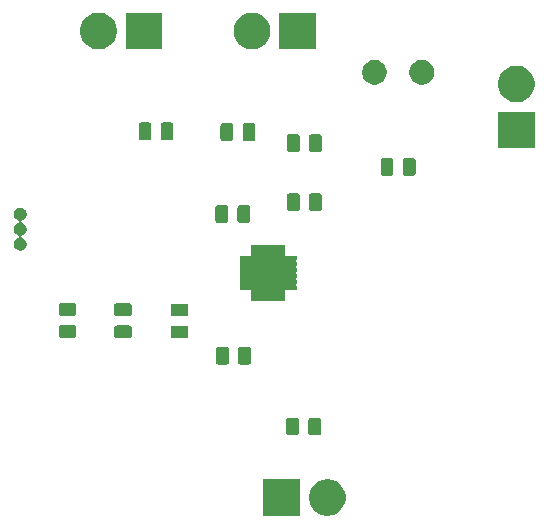
<source format=gbr>
G04 #@! TF.GenerationSoftware,KiCad,Pcbnew,(5.1.5)-3*
G04 #@! TF.CreationDate,2022-02-08T11:29:21-03:00*
G04 #@! TF.ProjectId,bq24160,62713234-3136-4302-9e6b-696361645f70,rev?*
G04 #@! TF.SameCoordinates,Original*
G04 #@! TF.FileFunction,Soldermask,Top*
G04 #@! TF.FilePolarity,Negative*
%FSLAX46Y46*%
G04 Gerber Fmt 4.6, Leading zero omitted, Abs format (unit mm)*
G04 Created by KiCad (PCBNEW (5.1.5)-3) date 2022-02-08 11:29:21*
%MOMM*%
%LPD*%
G04 APERTURE LIST*
%ADD10C,0.100000*%
G04 APERTURE END LIST*
D10*
G36*
X99302585Y-113478802D02*
G01*
X99452410Y-113508604D01*
X99734674Y-113625521D01*
X99988705Y-113795259D01*
X100204741Y-114011295D01*
X100374479Y-114265326D01*
X100491396Y-114547590D01*
X100551000Y-114847240D01*
X100551000Y-115152760D01*
X100491396Y-115452410D01*
X100374479Y-115734674D01*
X100204741Y-115988705D01*
X99988705Y-116204741D01*
X99734674Y-116374479D01*
X99452410Y-116491396D01*
X99302585Y-116521198D01*
X99152761Y-116551000D01*
X98847239Y-116551000D01*
X98697415Y-116521198D01*
X98547590Y-116491396D01*
X98265326Y-116374479D01*
X98011295Y-116204741D01*
X97795259Y-115988705D01*
X97625521Y-115734674D01*
X97508604Y-115452410D01*
X97449000Y-115152760D01*
X97449000Y-114847240D01*
X97508604Y-114547590D01*
X97625521Y-114265326D01*
X97795259Y-114011295D01*
X98011295Y-113795259D01*
X98265326Y-113625521D01*
X98547590Y-113508604D01*
X98697415Y-113478802D01*
X98847239Y-113449000D01*
X99152761Y-113449000D01*
X99302585Y-113478802D01*
G37*
G36*
X96671000Y-116551000D02*
G01*
X93569000Y-116551000D01*
X93569000Y-113449000D01*
X96671000Y-113449000D01*
X96671000Y-116551000D01*
G37*
G36*
X98309468Y-108253565D02*
G01*
X98348138Y-108265296D01*
X98383777Y-108284346D01*
X98415017Y-108309983D01*
X98440654Y-108341223D01*
X98459704Y-108376862D01*
X98471435Y-108415532D01*
X98476000Y-108461888D01*
X98476000Y-109538112D01*
X98471435Y-109584468D01*
X98459704Y-109623138D01*
X98440654Y-109658777D01*
X98415017Y-109690017D01*
X98383777Y-109715654D01*
X98348138Y-109734704D01*
X98309468Y-109746435D01*
X98263112Y-109751000D01*
X97611888Y-109751000D01*
X97565532Y-109746435D01*
X97526862Y-109734704D01*
X97491223Y-109715654D01*
X97459983Y-109690017D01*
X97434346Y-109658777D01*
X97415296Y-109623138D01*
X97403565Y-109584468D01*
X97399000Y-109538112D01*
X97399000Y-108461888D01*
X97403565Y-108415532D01*
X97415296Y-108376862D01*
X97434346Y-108341223D01*
X97459983Y-108309983D01*
X97491223Y-108284346D01*
X97526862Y-108265296D01*
X97565532Y-108253565D01*
X97611888Y-108249000D01*
X98263112Y-108249000D01*
X98309468Y-108253565D01*
G37*
G36*
X96434468Y-108253565D02*
G01*
X96473138Y-108265296D01*
X96508777Y-108284346D01*
X96540017Y-108309983D01*
X96565654Y-108341223D01*
X96584704Y-108376862D01*
X96596435Y-108415532D01*
X96601000Y-108461888D01*
X96601000Y-109538112D01*
X96596435Y-109584468D01*
X96584704Y-109623138D01*
X96565654Y-109658777D01*
X96540017Y-109690017D01*
X96508777Y-109715654D01*
X96473138Y-109734704D01*
X96434468Y-109746435D01*
X96388112Y-109751000D01*
X95736888Y-109751000D01*
X95690532Y-109746435D01*
X95651862Y-109734704D01*
X95616223Y-109715654D01*
X95584983Y-109690017D01*
X95559346Y-109658777D01*
X95540296Y-109623138D01*
X95528565Y-109584468D01*
X95524000Y-109538112D01*
X95524000Y-108461888D01*
X95528565Y-108415532D01*
X95540296Y-108376862D01*
X95559346Y-108341223D01*
X95584983Y-108309983D01*
X95616223Y-108284346D01*
X95651862Y-108265296D01*
X95690532Y-108253565D01*
X95736888Y-108249000D01*
X96388112Y-108249000D01*
X96434468Y-108253565D01*
G37*
G36*
X90496968Y-102253565D02*
G01*
X90535638Y-102265296D01*
X90571277Y-102284346D01*
X90602517Y-102309983D01*
X90628154Y-102341223D01*
X90647204Y-102376862D01*
X90658935Y-102415532D01*
X90663500Y-102461888D01*
X90663500Y-103538112D01*
X90658935Y-103584468D01*
X90647204Y-103623138D01*
X90628154Y-103658777D01*
X90602517Y-103690017D01*
X90571277Y-103715654D01*
X90535638Y-103734704D01*
X90496968Y-103746435D01*
X90450612Y-103751000D01*
X89799388Y-103751000D01*
X89753032Y-103746435D01*
X89714362Y-103734704D01*
X89678723Y-103715654D01*
X89647483Y-103690017D01*
X89621846Y-103658777D01*
X89602796Y-103623138D01*
X89591065Y-103584468D01*
X89586500Y-103538112D01*
X89586500Y-102461888D01*
X89591065Y-102415532D01*
X89602796Y-102376862D01*
X89621846Y-102341223D01*
X89647483Y-102309983D01*
X89678723Y-102284346D01*
X89714362Y-102265296D01*
X89753032Y-102253565D01*
X89799388Y-102249000D01*
X90450612Y-102249000D01*
X90496968Y-102253565D01*
G37*
G36*
X92371968Y-102253565D02*
G01*
X92410638Y-102265296D01*
X92446277Y-102284346D01*
X92477517Y-102309983D01*
X92503154Y-102341223D01*
X92522204Y-102376862D01*
X92533935Y-102415532D01*
X92538500Y-102461888D01*
X92538500Y-103538112D01*
X92533935Y-103584468D01*
X92522204Y-103623138D01*
X92503154Y-103658777D01*
X92477517Y-103690017D01*
X92446277Y-103715654D01*
X92410638Y-103734704D01*
X92371968Y-103746435D01*
X92325612Y-103751000D01*
X91674388Y-103751000D01*
X91628032Y-103746435D01*
X91589362Y-103734704D01*
X91553723Y-103715654D01*
X91522483Y-103690017D01*
X91496846Y-103658777D01*
X91477796Y-103623138D01*
X91466065Y-103584468D01*
X91461500Y-103538112D01*
X91461500Y-102461888D01*
X91466065Y-102415532D01*
X91477796Y-102376862D01*
X91496846Y-102341223D01*
X91522483Y-102309983D01*
X91553723Y-102284346D01*
X91589362Y-102265296D01*
X91628032Y-102253565D01*
X91674388Y-102249000D01*
X92325612Y-102249000D01*
X92371968Y-102253565D01*
G37*
G36*
X87084468Y-100466065D02*
G01*
X87123138Y-100477796D01*
X87158777Y-100496846D01*
X87190017Y-100522483D01*
X87215654Y-100553723D01*
X87234704Y-100589362D01*
X87246435Y-100628032D01*
X87251000Y-100674388D01*
X87251000Y-101325612D01*
X87246435Y-101371968D01*
X87234704Y-101410638D01*
X87215654Y-101446277D01*
X87190017Y-101477517D01*
X87158777Y-101503154D01*
X87123138Y-101522204D01*
X87084468Y-101533935D01*
X87038112Y-101538500D01*
X85961888Y-101538500D01*
X85915532Y-101533935D01*
X85876862Y-101522204D01*
X85841223Y-101503154D01*
X85809983Y-101477517D01*
X85784346Y-101446277D01*
X85765296Y-101410638D01*
X85753565Y-101371968D01*
X85749000Y-101325612D01*
X85749000Y-100674388D01*
X85753565Y-100628032D01*
X85765296Y-100589362D01*
X85784346Y-100553723D01*
X85809983Y-100522483D01*
X85841223Y-100496846D01*
X85876862Y-100477796D01*
X85915532Y-100466065D01*
X85961888Y-100461500D01*
X87038112Y-100461500D01*
X87084468Y-100466065D01*
G37*
G36*
X82284468Y-100441065D02*
G01*
X82323138Y-100452796D01*
X82358777Y-100471846D01*
X82390017Y-100497483D01*
X82415654Y-100528723D01*
X82434704Y-100564362D01*
X82446435Y-100603032D01*
X82451000Y-100649388D01*
X82451000Y-101300612D01*
X82446435Y-101346968D01*
X82434704Y-101385638D01*
X82415654Y-101421277D01*
X82390017Y-101452517D01*
X82358777Y-101478154D01*
X82323138Y-101497204D01*
X82284468Y-101508935D01*
X82238112Y-101513500D01*
X81161888Y-101513500D01*
X81115532Y-101508935D01*
X81076862Y-101497204D01*
X81041223Y-101478154D01*
X81009983Y-101452517D01*
X80984346Y-101421277D01*
X80965296Y-101385638D01*
X80953565Y-101346968D01*
X80949000Y-101300612D01*
X80949000Y-100649388D01*
X80953565Y-100603032D01*
X80965296Y-100564362D01*
X80984346Y-100528723D01*
X81009983Y-100497483D01*
X81041223Y-100471846D01*
X81076862Y-100452796D01*
X81115532Y-100441065D01*
X81161888Y-100436500D01*
X82238112Y-100436500D01*
X82284468Y-100441065D01*
G37*
G36*
X77584468Y-100403565D02*
G01*
X77623138Y-100415296D01*
X77658777Y-100434346D01*
X77690017Y-100459983D01*
X77715654Y-100491223D01*
X77734704Y-100526862D01*
X77746435Y-100565532D01*
X77751000Y-100611888D01*
X77751000Y-101263112D01*
X77746435Y-101309468D01*
X77734704Y-101348138D01*
X77715654Y-101383777D01*
X77690017Y-101415017D01*
X77658777Y-101440654D01*
X77623138Y-101459704D01*
X77584468Y-101471435D01*
X77538112Y-101476000D01*
X76461888Y-101476000D01*
X76415532Y-101471435D01*
X76376862Y-101459704D01*
X76341223Y-101440654D01*
X76309983Y-101415017D01*
X76284346Y-101383777D01*
X76265296Y-101348138D01*
X76253565Y-101309468D01*
X76249000Y-101263112D01*
X76249000Y-100611888D01*
X76253565Y-100565532D01*
X76265296Y-100526862D01*
X76284346Y-100491223D01*
X76309983Y-100459983D01*
X76341223Y-100434346D01*
X76376862Y-100415296D01*
X76415532Y-100403565D01*
X76461888Y-100399000D01*
X77538112Y-100399000D01*
X77584468Y-100403565D01*
G37*
G36*
X87084468Y-98591065D02*
G01*
X87123138Y-98602796D01*
X87158777Y-98621846D01*
X87190017Y-98647483D01*
X87215654Y-98678723D01*
X87234704Y-98714362D01*
X87246435Y-98753032D01*
X87251000Y-98799388D01*
X87251000Y-99450612D01*
X87246435Y-99496968D01*
X87234704Y-99535638D01*
X87215654Y-99571277D01*
X87190017Y-99602517D01*
X87158777Y-99628154D01*
X87123138Y-99647204D01*
X87084468Y-99658935D01*
X87038112Y-99663500D01*
X85961888Y-99663500D01*
X85915532Y-99658935D01*
X85876862Y-99647204D01*
X85841223Y-99628154D01*
X85809983Y-99602517D01*
X85784346Y-99571277D01*
X85765296Y-99535638D01*
X85753565Y-99496968D01*
X85749000Y-99450612D01*
X85749000Y-98799388D01*
X85753565Y-98753032D01*
X85765296Y-98714362D01*
X85784346Y-98678723D01*
X85809983Y-98647483D01*
X85841223Y-98621846D01*
X85876862Y-98602796D01*
X85915532Y-98591065D01*
X85961888Y-98586500D01*
X87038112Y-98586500D01*
X87084468Y-98591065D01*
G37*
G36*
X82284468Y-98566065D02*
G01*
X82323138Y-98577796D01*
X82358777Y-98596846D01*
X82390017Y-98622483D01*
X82415654Y-98653723D01*
X82434704Y-98689362D01*
X82446435Y-98728032D01*
X82451000Y-98774388D01*
X82451000Y-99425612D01*
X82446435Y-99471968D01*
X82434704Y-99510638D01*
X82415654Y-99546277D01*
X82390017Y-99577517D01*
X82358777Y-99603154D01*
X82323138Y-99622204D01*
X82284468Y-99633935D01*
X82238112Y-99638500D01*
X81161888Y-99638500D01*
X81115532Y-99633935D01*
X81076862Y-99622204D01*
X81041223Y-99603154D01*
X81009983Y-99577517D01*
X80984346Y-99546277D01*
X80965296Y-99510638D01*
X80953565Y-99471968D01*
X80949000Y-99425612D01*
X80949000Y-98774388D01*
X80953565Y-98728032D01*
X80965296Y-98689362D01*
X80984346Y-98653723D01*
X81009983Y-98622483D01*
X81041223Y-98596846D01*
X81076862Y-98577796D01*
X81115532Y-98566065D01*
X81161888Y-98561500D01*
X82238112Y-98561500D01*
X82284468Y-98566065D01*
G37*
G36*
X77584468Y-98528565D02*
G01*
X77623138Y-98540296D01*
X77658777Y-98559346D01*
X77690017Y-98584983D01*
X77715654Y-98616223D01*
X77734704Y-98651862D01*
X77746435Y-98690532D01*
X77751000Y-98736888D01*
X77751000Y-99388112D01*
X77746435Y-99434468D01*
X77734704Y-99473138D01*
X77715654Y-99508777D01*
X77690017Y-99540017D01*
X77658777Y-99565654D01*
X77623138Y-99584704D01*
X77584468Y-99596435D01*
X77538112Y-99601000D01*
X76461888Y-99601000D01*
X76415532Y-99596435D01*
X76376862Y-99584704D01*
X76341223Y-99565654D01*
X76309983Y-99540017D01*
X76284346Y-99508777D01*
X76265296Y-99473138D01*
X76253565Y-99434468D01*
X76249000Y-99388112D01*
X76249000Y-98736888D01*
X76253565Y-98690532D01*
X76265296Y-98651862D01*
X76284346Y-98616223D01*
X76309983Y-98584983D01*
X76341223Y-98559346D01*
X76376862Y-98540296D01*
X76415532Y-98528565D01*
X76461888Y-98524000D01*
X77538112Y-98524000D01*
X77584468Y-98528565D01*
G37*
G36*
X92905355Y-93600083D02*
G01*
X92910029Y-93601501D01*
X92914330Y-93603800D01*
X92920702Y-93609029D01*
X92941076Y-93622643D01*
X92963715Y-93632020D01*
X92987749Y-93636800D01*
X93012253Y-93636800D01*
X93036286Y-93632019D01*
X93058925Y-93622642D01*
X93079298Y-93609029D01*
X93085670Y-93603800D01*
X93089971Y-93601501D01*
X93094645Y-93600083D01*
X93105641Y-93599000D01*
X93394359Y-93599000D01*
X93405355Y-93600083D01*
X93410029Y-93601501D01*
X93414330Y-93603800D01*
X93420702Y-93609029D01*
X93441076Y-93622643D01*
X93463715Y-93632020D01*
X93487749Y-93636800D01*
X93512253Y-93636800D01*
X93536286Y-93632019D01*
X93558925Y-93622642D01*
X93579298Y-93609029D01*
X93585670Y-93603800D01*
X93589971Y-93601501D01*
X93594645Y-93600083D01*
X93605641Y-93599000D01*
X93894359Y-93599000D01*
X93905355Y-93600083D01*
X93910029Y-93601501D01*
X93914330Y-93603800D01*
X93920702Y-93609029D01*
X93941076Y-93622643D01*
X93963715Y-93632020D01*
X93987749Y-93636800D01*
X94012253Y-93636800D01*
X94036286Y-93632019D01*
X94058925Y-93622642D01*
X94079298Y-93609029D01*
X94085670Y-93603800D01*
X94089971Y-93601501D01*
X94094645Y-93600083D01*
X94105641Y-93599000D01*
X94394359Y-93599000D01*
X94405355Y-93600083D01*
X94410029Y-93601501D01*
X94414330Y-93603800D01*
X94420702Y-93609029D01*
X94441076Y-93622643D01*
X94463715Y-93632020D01*
X94487749Y-93636800D01*
X94512253Y-93636800D01*
X94536286Y-93632019D01*
X94558925Y-93622642D01*
X94579298Y-93609029D01*
X94585670Y-93603800D01*
X94589971Y-93601501D01*
X94594645Y-93600083D01*
X94605641Y-93599000D01*
X94894359Y-93599000D01*
X94905355Y-93600083D01*
X94910029Y-93601501D01*
X94914330Y-93603800D01*
X94920702Y-93609029D01*
X94941076Y-93622643D01*
X94963715Y-93632020D01*
X94987749Y-93636800D01*
X95012253Y-93636800D01*
X95036286Y-93632019D01*
X95058925Y-93622642D01*
X95079298Y-93609029D01*
X95085670Y-93603800D01*
X95089971Y-93601501D01*
X95094645Y-93600083D01*
X95105641Y-93599000D01*
X95394359Y-93599000D01*
X95405355Y-93600083D01*
X95410029Y-93601501D01*
X95414331Y-93603800D01*
X95418104Y-93606896D01*
X95421200Y-93610669D01*
X95423499Y-93614971D01*
X95424917Y-93619645D01*
X95426000Y-93630641D01*
X95426000Y-94449001D01*
X95428402Y-94473387D01*
X95435515Y-94496836D01*
X95447066Y-94518447D01*
X95462611Y-94537389D01*
X95481553Y-94552934D01*
X95503164Y-94564485D01*
X95526613Y-94571598D01*
X95550999Y-94574000D01*
X96369359Y-94574000D01*
X96380355Y-94575083D01*
X96385029Y-94576501D01*
X96389331Y-94578800D01*
X96393104Y-94581896D01*
X96396200Y-94585669D01*
X96398499Y-94589971D01*
X96399917Y-94594645D01*
X96401000Y-94605641D01*
X96401000Y-94894359D01*
X96399917Y-94905355D01*
X96398499Y-94910029D01*
X96396200Y-94914330D01*
X96390971Y-94920702D01*
X96377357Y-94941076D01*
X96367980Y-94963715D01*
X96363200Y-94987749D01*
X96363200Y-95012253D01*
X96367981Y-95036286D01*
X96377358Y-95058925D01*
X96390971Y-95079298D01*
X96396200Y-95085670D01*
X96398499Y-95089971D01*
X96399917Y-95094645D01*
X96401000Y-95105641D01*
X96401000Y-95394359D01*
X96399917Y-95405355D01*
X96398499Y-95410029D01*
X96396200Y-95414330D01*
X96390971Y-95420702D01*
X96377357Y-95441076D01*
X96367980Y-95463715D01*
X96363200Y-95487749D01*
X96363200Y-95512253D01*
X96367981Y-95536286D01*
X96377358Y-95558925D01*
X96390971Y-95579298D01*
X96396200Y-95585670D01*
X96398499Y-95589971D01*
X96399917Y-95594645D01*
X96401000Y-95605641D01*
X96401000Y-95894359D01*
X96399917Y-95905355D01*
X96398499Y-95910029D01*
X96396200Y-95914330D01*
X96390971Y-95920702D01*
X96377357Y-95941076D01*
X96367980Y-95963715D01*
X96363200Y-95987749D01*
X96363200Y-96012253D01*
X96367981Y-96036286D01*
X96377358Y-96058925D01*
X96390971Y-96079298D01*
X96396200Y-96085670D01*
X96398499Y-96089971D01*
X96399917Y-96094645D01*
X96401000Y-96105641D01*
X96401000Y-96394359D01*
X96399917Y-96405355D01*
X96398499Y-96410029D01*
X96396200Y-96414330D01*
X96390971Y-96420702D01*
X96377357Y-96441076D01*
X96367980Y-96463715D01*
X96363200Y-96487749D01*
X96363200Y-96512253D01*
X96367981Y-96536286D01*
X96377358Y-96558925D01*
X96390971Y-96579298D01*
X96396200Y-96585670D01*
X96398499Y-96589971D01*
X96399917Y-96594645D01*
X96401000Y-96605641D01*
X96401000Y-96894359D01*
X96399917Y-96905355D01*
X96398499Y-96910029D01*
X96396200Y-96914330D01*
X96390971Y-96920702D01*
X96377357Y-96941076D01*
X96367980Y-96963715D01*
X96363200Y-96987749D01*
X96363200Y-97012253D01*
X96367981Y-97036286D01*
X96377358Y-97058925D01*
X96390971Y-97079298D01*
X96396200Y-97085670D01*
X96398499Y-97089971D01*
X96399917Y-97094645D01*
X96401000Y-97105641D01*
X96401000Y-97394359D01*
X96399917Y-97405355D01*
X96398499Y-97410029D01*
X96396200Y-97414331D01*
X96393104Y-97418104D01*
X96389331Y-97421200D01*
X96385029Y-97423499D01*
X96380355Y-97424917D01*
X96369359Y-97426000D01*
X95550999Y-97426000D01*
X95526613Y-97428402D01*
X95503164Y-97435515D01*
X95481553Y-97447066D01*
X95462611Y-97462611D01*
X95447066Y-97481553D01*
X95435515Y-97503164D01*
X95428402Y-97526613D01*
X95426000Y-97550999D01*
X95426000Y-98369359D01*
X95424917Y-98380355D01*
X95423499Y-98385029D01*
X95421200Y-98389331D01*
X95418104Y-98393104D01*
X95414331Y-98396200D01*
X95410029Y-98398499D01*
X95405355Y-98399917D01*
X95394359Y-98401000D01*
X95105641Y-98401000D01*
X95094645Y-98399917D01*
X95089971Y-98398499D01*
X95085670Y-98396200D01*
X95079298Y-98390971D01*
X95058924Y-98377357D01*
X95036285Y-98367980D01*
X95012251Y-98363200D01*
X94987747Y-98363200D01*
X94963714Y-98367981D01*
X94941075Y-98377358D01*
X94920702Y-98390971D01*
X94914330Y-98396200D01*
X94910029Y-98398499D01*
X94905355Y-98399917D01*
X94894359Y-98401000D01*
X94605641Y-98401000D01*
X94594645Y-98399917D01*
X94589971Y-98398499D01*
X94585670Y-98396200D01*
X94579298Y-98390971D01*
X94558924Y-98377357D01*
X94536285Y-98367980D01*
X94512251Y-98363200D01*
X94487747Y-98363200D01*
X94463714Y-98367981D01*
X94441075Y-98377358D01*
X94420702Y-98390971D01*
X94414330Y-98396200D01*
X94410029Y-98398499D01*
X94405355Y-98399917D01*
X94394359Y-98401000D01*
X94105641Y-98401000D01*
X94094645Y-98399917D01*
X94089971Y-98398499D01*
X94085670Y-98396200D01*
X94079298Y-98390971D01*
X94058924Y-98377357D01*
X94036285Y-98367980D01*
X94012251Y-98363200D01*
X93987747Y-98363200D01*
X93963714Y-98367981D01*
X93941075Y-98377358D01*
X93920702Y-98390971D01*
X93914330Y-98396200D01*
X93910029Y-98398499D01*
X93905355Y-98399917D01*
X93894359Y-98401000D01*
X93605641Y-98401000D01*
X93594645Y-98399917D01*
X93589971Y-98398499D01*
X93585670Y-98396200D01*
X93579298Y-98390971D01*
X93558924Y-98377357D01*
X93536285Y-98367980D01*
X93512251Y-98363200D01*
X93487747Y-98363200D01*
X93463714Y-98367981D01*
X93441075Y-98377358D01*
X93420702Y-98390971D01*
X93414330Y-98396200D01*
X93410029Y-98398499D01*
X93405355Y-98399917D01*
X93394359Y-98401000D01*
X93105641Y-98401000D01*
X93094645Y-98399917D01*
X93089971Y-98398499D01*
X93085670Y-98396200D01*
X93079298Y-98390971D01*
X93058924Y-98377357D01*
X93036285Y-98367980D01*
X93012251Y-98363200D01*
X92987747Y-98363200D01*
X92963714Y-98367981D01*
X92941075Y-98377358D01*
X92920702Y-98390971D01*
X92914330Y-98396200D01*
X92910029Y-98398499D01*
X92905355Y-98399917D01*
X92894359Y-98401000D01*
X92605641Y-98401000D01*
X92594645Y-98399917D01*
X92589971Y-98398499D01*
X92585669Y-98396200D01*
X92581896Y-98393104D01*
X92578800Y-98389331D01*
X92576501Y-98385029D01*
X92575083Y-98380355D01*
X92574000Y-98369359D01*
X92574000Y-97550999D01*
X92571598Y-97526613D01*
X92564485Y-97503164D01*
X92552934Y-97481553D01*
X92537389Y-97462611D01*
X92518447Y-97447066D01*
X92496836Y-97435515D01*
X92473387Y-97428402D01*
X92449001Y-97426000D01*
X91630641Y-97426000D01*
X91619645Y-97424917D01*
X91614971Y-97423499D01*
X91610669Y-97421200D01*
X91606896Y-97418104D01*
X91603800Y-97414331D01*
X91601501Y-97410029D01*
X91600083Y-97405355D01*
X91599000Y-97394359D01*
X91599000Y-97105641D01*
X91600083Y-97094645D01*
X91601501Y-97089971D01*
X91603800Y-97085670D01*
X91609029Y-97079298D01*
X91622643Y-97058924D01*
X91632020Y-97036285D01*
X91636800Y-97012251D01*
X91636800Y-96987747D01*
X91632019Y-96963714D01*
X91622642Y-96941075D01*
X91609029Y-96920702D01*
X91603800Y-96914330D01*
X91601501Y-96910029D01*
X91600083Y-96905355D01*
X91599000Y-96894359D01*
X91599000Y-96605641D01*
X91600083Y-96594645D01*
X91601501Y-96589971D01*
X91603800Y-96585670D01*
X91609029Y-96579298D01*
X91622643Y-96558924D01*
X91632020Y-96536285D01*
X91636800Y-96512251D01*
X91636800Y-96487747D01*
X91632019Y-96463714D01*
X91622642Y-96441075D01*
X91609029Y-96420702D01*
X91603800Y-96414330D01*
X91601501Y-96410029D01*
X91600083Y-96405355D01*
X91599000Y-96394359D01*
X91599000Y-96105641D01*
X91600083Y-96094645D01*
X91601501Y-96089971D01*
X91603800Y-96085670D01*
X91609029Y-96079298D01*
X91622643Y-96058924D01*
X91632020Y-96036285D01*
X91636800Y-96012251D01*
X91636800Y-95987747D01*
X91632019Y-95963714D01*
X91622642Y-95941075D01*
X91609029Y-95920702D01*
X91603800Y-95914330D01*
X91601501Y-95910029D01*
X91600083Y-95905355D01*
X91599000Y-95894359D01*
X91599000Y-95605641D01*
X91600083Y-95594645D01*
X91601501Y-95589971D01*
X91603800Y-95585670D01*
X91609029Y-95579298D01*
X91622643Y-95558924D01*
X91632020Y-95536285D01*
X91636800Y-95512251D01*
X91636800Y-95487747D01*
X91632019Y-95463714D01*
X91622642Y-95441075D01*
X91609029Y-95420702D01*
X91603800Y-95414330D01*
X91601501Y-95410029D01*
X91600083Y-95405355D01*
X91599000Y-95394359D01*
X91599000Y-95105641D01*
X91600083Y-95094645D01*
X91601501Y-95089971D01*
X91603800Y-95085670D01*
X91609029Y-95079298D01*
X91622643Y-95058924D01*
X91632020Y-95036285D01*
X91636800Y-95012251D01*
X91636800Y-94987747D01*
X91632019Y-94963714D01*
X91622642Y-94941075D01*
X91609029Y-94920702D01*
X91603800Y-94914330D01*
X91601501Y-94910029D01*
X91600083Y-94905355D01*
X91599000Y-94894359D01*
X91599000Y-94605641D01*
X91600083Y-94594645D01*
X91601501Y-94589971D01*
X91603800Y-94585669D01*
X91606896Y-94581896D01*
X91610669Y-94578800D01*
X91614971Y-94576501D01*
X91619645Y-94575083D01*
X91630641Y-94574000D01*
X92449001Y-94574000D01*
X92473387Y-94571598D01*
X92496836Y-94564485D01*
X92518447Y-94552934D01*
X92537389Y-94537389D01*
X92552934Y-94518447D01*
X92564485Y-94496836D01*
X92571598Y-94473387D01*
X92574000Y-94449001D01*
X92574000Y-93630641D01*
X92575083Y-93619645D01*
X92576501Y-93614971D01*
X92578800Y-93610669D01*
X92581896Y-93606896D01*
X92585669Y-93603800D01*
X92589971Y-93601501D01*
X92594645Y-93600083D01*
X92605641Y-93599000D01*
X92894359Y-93599000D01*
X92905355Y-93600083D01*
G37*
G36*
X73160721Y-90470174D02*
G01*
X73260995Y-90511709D01*
X73260996Y-90511710D01*
X73351242Y-90572010D01*
X73427990Y-90648758D01*
X73455558Y-90690017D01*
X73488291Y-90739005D01*
X73529826Y-90839279D01*
X73551000Y-90945730D01*
X73551000Y-91054270D01*
X73529826Y-91160721D01*
X73488291Y-91260995D01*
X73488290Y-91260996D01*
X73427990Y-91351242D01*
X73351242Y-91427990D01*
X73305812Y-91458345D01*
X73260995Y-91488291D01*
X73185611Y-91519516D01*
X73164000Y-91531067D01*
X73145059Y-91546612D01*
X73129513Y-91565554D01*
X73117962Y-91587165D01*
X73110849Y-91610614D01*
X73108447Y-91635000D01*
X73110849Y-91659386D01*
X73117962Y-91682835D01*
X73129513Y-91704446D01*
X73145058Y-91723387D01*
X73164000Y-91738933D01*
X73185611Y-91750484D01*
X73260995Y-91781709D01*
X73260996Y-91781710D01*
X73351242Y-91842010D01*
X73427990Y-91918758D01*
X73427991Y-91918760D01*
X73488291Y-92009005D01*
X73529826Y-92109279D01*
X73551000Y-92215730D01*
X73551000Y-92324270D01*
X73529826Y-92430721D01*
X73488291Y-92530995D01*
X73488290Y-92530996D01*
X73427990Y-92621242D01*
X73351242Y-92697990D01*
X73305812Y-92728345D01*
X73260995Y-92758291D01*
X73185611Y-92789516D01*
X73164000Y-92801067D01*
X73145059Y-92816612D01*
X73129513Y-92835554D01*
X73117962Y-92857165D01*
X73110849Y-92880614D01*
X73108447Y-92905000D01*
X73110849Y-92929386D01*
X73117962Y-92952835D01*
X73129513Y-92974446D01*
X73145058Y-92993387D01*
X73164000Y-93008933D01*
X73185611Y-93020484D01*
X73260995Y-93051709D01*
X73260996Y-93051710D01*
X73351242Y-93112010D01*
X73427990Y-93188758D01*
X73427991Y-93188760D01*
X73488291Y-93279005D01*
X73529826Y-93379279D01*
X73551000Y-93485730D01*
X73551000Y-93594270D01*
X73529826Y-93700721D01*
X73488291Y-93800995D01*
X73488290Y-93800996D01*
X73427990Y-93891242D01*
X73351242Y-93967990D01*
X73305812Y-93998345D01*
X73260995Y-94028291D01*
X73160721Y-94069826D01*
X73054270Y-94091000D01*
X72945730Y-94091000D01*
X72839279Y-94069826D01*
X72739005Y-94028291D01*
X72694188Y-93998345D01*
X72648758Y-93967990D01*
X72572010Y-93891242D01*
X72511710Y-93800996D01*
X72511709Y-93800995D01*
X72470174Y-93700721D01*
X72449000Y-93594270D01*
X72449000Y-93485730D01*
X72470174Y-93379279D01*
X72511709Y-93279005D01*
X72572009Y-93188760D01*
X72572010Y-93188758D01*
X72648758Y-93112010D01*
X72739004Y-93051710D01*
X72739005Y-93051709D01*
X72814389Y-93020484D01*
X72836000Y-93008933D01*
X72854941Y-92993388D01*
X72870487Y-92974446D01*
X72882038Y-92952835D01*
X72889151Y-92929386D01*
X72891553Y-92905000D01*
X72889151Y-92880614D01*
X72882038Y-92857165D01*
X72870487Y-92835554D01*
X72854942Y-92816613D01*
X72836000Y-92801067D01*
X72814389Y-92789516D01*
X72739005Y-92758291D01*
X72694188Y-92728345D01*
X72648758Y-92697990D01*
X72572010Y-92621242D01*
X72511710Y-92530996D01*
X72511709Y-92530995D01*
X72470174Y-92430721D01*
X72449000Y-92324270D01*
X72449000Y-92215730D01*
X72470174Y-92109279D01*
X72511709Y-92009005D01*
X72572009Y-91918760D01*
X72572010Y-91918758D01*
X72648758Y-91842010D01*
X72739004Y-91781710D01*
X72739005Y-91781709D01*
X72814389Y-91750484D01*
X72836000Y-91738933D01*
X72854941Y-91723388D01*
X72870487Y-91704446D01*
X72882038Y-91682835D01*
X72889151Y-91659386D01*
X72891553Y-91635000D01*
X72889151Y-91610614D01*
X72882038Y-91587165D01*
X72870487Y-91565554D01*
X72854942Y-91546613D01*
X72836000Y-91531067D01*
X72814389Y-91519516D01*
X72739005Y-91488291D01*
X72694188Y-91458345D01*
X72648758Y-91427990D01*
X72572010Y-91351242D01*
X72511710Y-91260996D01*
X72511709Y-91260995D01*
X72470174Y-91160721D01*
X72449000Y-91054270D01*
X72449000Y-90945730D01*
X72470174Y-90839279D01*
X72511709Y-90739005D01*
X72544442Y-90690017D01*
X72572010Y-90648758D01*
X72648758Y-90572010D01*
X72739004Y-90511710D01*
X72739005Y-90511709D01*
X72839279Y-90470174D01*
X72945730Y-90449000D01*
X73054270Y-90449000D01*
X73160721Y-90470174D01*
G37*
G36*
X92309468Y-90253565D02*
G01*
X92348138Y-90265296D01*
X92383777Y-90284346D01*
X92415017Y-90309983D01*
X92440654Y-90341223D01*
X92459704Y-90376862D01*
X92471435Y-90415532D01*
X92476000Y-90461888D01*
X92476000Y-91538112D01*
X92471435Y-91584468D01*
X92459704Y-91623138D01*
X92440654Y-91658777D01*
X92415017Y-91690017D01*
X92383777Y-91715654D01*
X92348138Y-91734704D01*
X92309468Y-91746435D01*
X92263112Y-91751000D01*
X91611888Y-91751000D01*
X91565532Y-91746435D01*
X91526862Y-91734704D01*
X91491223Y-91715654D01*
X91459983Y-91690017D01*
X91434346Y-91658777D01*
X91415296Y-91623138D01*
X91403565Y-91584468D01*
X91399000Y-91538112D01*
X91399000Y-90461888D01*
X91403565Y-90415532D01*
X91415296Y-90376862D01*
X91434346Y-90341223D01*
X91459983Y-90309983D01*
X91491223Y-90284346D01*
X91526862Y-90265296D01*
X91565532Y-90253565D01*
X91611888Y-90249000D01*
X92263112Y-90249000D01*
X92309468Y-90253565D01*
G37*
G36*
X90434468Y-90253565D02*
G01*
X90473138Y-90265296D01*
X90508777Y-90284346D01*
X90540017Y-90309983D01*
X90565654Y-90341223D01*
X90584704Y-90376862D01*
X90596435Y-90415532D01*
X90601000Y-90461888D01*
X90601000Y-91538112D01*
X90596435Y-91584468D01*
X90584704Y-91623138D01*
X90565654Y-91658777D01*
X90540017Y-91690017D01*
X90508777Y-91715654D01*
X90473138Y-91734704D01*
X90434468Y-91746435D01*
X90388112Y-91751000D01*
X89736888Y-91751000D01*
X89690532Y-91746435D01*
X89651862Y-91734704D01*
X89616223Y-91715654D01*
X89584983Y-91690017D01*
X89559346Y-91658777D01*
X89540296Y-91623138D01*
X89528565Y-91584468D01*
X89524000Y-91538112D01*
X89524000Y-90461888D01*
X89528565Y-90415532D01*
X89540296Y-90376862D01*
X89559346Y-90341223D01*
X89584983Y-90309983D01*
X89616223Y-90284346D01*
X89651862Y-90265296D01*
X89690532Y-90253565D01*
X89736888Y-90249000D01*
X90388112Y-90249000D01*
X90434468Y-90253565D01*
G37*
G36*
X98371968Y-89253565D02*
G01*
X98410638Y-89265296D01*
X98446277Y-89284346D01*
X98477517Y-89309983D01*
X98503154Y-89341223D01*
X98522204Y-89376862D01*
X98533935Y-89415532D01*
X98538500Y-89461888D01*
X98538500Y-90538112D01*
X98533935Y-90584468D01*
X98522204Y-90623138D01*
X98503154Y-90658777D01*
X98477517Y-90690017D01*
X98446277Y-90715654D01*
X98410638Y-90734704D01*
X98371968Y-90746435D01*
X98325612Y-90751000D01*
X97674388Y-90751000D01*
X97628032Y-90746435D01*
X97589362Y-90734704D01*
X97553723Y-90715654D01*
X97522483Y-90690017D01*
X97496846Y-90658777D01*
X97477796Y-90623138D01*
X97466065Y-90584468D01*
X97461500Y-90538112D01*
X97461500Y-89461888D01*
X97466065Y-89415532D01*
X97477796Y-89376862D01*
X97496846Y-89341223D01*
X97522483Y-89309983D01*
X97553723Y-89284346D01*
X97589362Y-89265296D01*
X97628032Y-89253565D01*
X97674388Y-89249000D01*
X98325612Y-89249000D01*
X98371968Y-89253565D01*
G37*
G36*
X96496968Y-89253565D02*
G01*
X96535638Y-89265296D01*
X96571277Y-89284346D01*
X96602517Y-89309983D01*
X96628154Y-89341223D01*
X96647204Y-89376862D01*
X96658935Y-89415532D01*
X96663500Y-89461888D01*
X96663500Y-90538112D01*
X96658935Y-90584468D01*
X96647204Y-90623138D01*
X96628154Y-90658777D01*
X96602517Y-90690017D01*
X96571277Y-90715654D01*
X96535638Y-90734704D01*
X96496968Y-90746435D01*
X96450612Y-90751000D01*
X95799388Y-90751000D01*
X95753032Y-90746435D01*
X95714362Y-90734704D01*
X95678723Y-90715654D01*
X95647483Y-90690017D01*
X95621846Y-90658777D01*
X95602796Y-90623138D01*
X95591065Y-90584468D01*
X95586500Y-90538112D01*
X95586500Y-89461888D01*
X95591065Y-89415532D01*
X95602796Y-89376862D01*
X95621846Y-89341223D01*
X95647483Y-89309983D01*
X95678723Y-89284346D01*
X95714362Y-89265296D01*
X95753032Y-89253565D01*
X95799388Y-89249000D01*
X96450612Y-89249000D01*
X96496968Y-89253565D01*
G37*
G36*
X106309468Y-86253565D02*
G01*
X106348138Y-86265296D01*
X106383777Y-86284346D01*
X106415017Y-86309983D01*
X106440654Y-86341223D01*
X106459704Y-86376862D01*
X106471435Y-86415532D01*
X106476000Y-86461888D01*
X106476000Y-87538112D01*
X106471435Y-87584468D01*
X106459704Y-87623138D01*
X106440654Y-87658777D01*
X106415017Y-87690017D01*
X106383777Y-87715654D01*
X106348138Y-87734704D01*
X106309468Y-87746435D01*
X106263112Y-87751000D01*
X105611888Y-87751000D01*
X105565532Y-87746435D01*
X105526862Y-87734704D01*
X105491223Y-87715654D01*
X105459983Y-87690017D01*
X105434346Y-87658777D01*
X105415296Y-87623138D01*
X105403565Y-87584468D01*
X105399000Y-87538112D01*
X105399000Y-86461888D01*
X105403565Y-86415532D01*
X105415296Y-86376862D01*
X105434346Y-86341223D01*
X105459983Y-86309983D01*
X105491223Y-86284346D01*
X105526862Y-86265296D01*
X105565532Y-86253565D01*
X105611888Y-86249000D01*
X106263112Y-86249000D01*
X106309468Y-86253565D01*
G37*
G36*
X104434468Y-86253565D02*
G01*
X104473138Y-86265296D01*
X104508777Y-86284346D01*
X104540017Y-86309983D01*
X104565654Y-86341223D01*
X104584704Y-86376862D01*
X104596435Y-86415532D01*
X104601000Y-86461888D01*
X104601000Y-87538112D01*
X104596435Y-87584468D01*
X104584704Y-87623138D01*
X104565654Y-87658777D01*
X104540017Y-87690017D01*
X104508777Y-87715654D01*
X104473138Y-87734704D01*
X104434468Y-87746435D01*
X104388112Y-87751000D01*
X103736888Y-87751000D01*
X103690532Y-87746435D01*
X103651862Y-87734704D01*
X103616223Y-87715654D01*
X103584983Y-87690017D01*
X103559346Y-87658777D01*
X103540296Y-87623138D01*
X103528565Y-87584468D01*
X103524000Y-87538112D01*
X103524000Y-86461888D01*
X103528565Y-86415532D01*
X103540296Y-86376862D01*
X103559346Y-86341223D01*
X103584983Y-86309983D01*
X103616223Y-86284346D01*
X103651862Y-86265296D01*
X103690532Y-86253565D01*
X103736888Y-86249000D01*
X104388112Y-86249000D01*
X104434468Y-86253565D01*
G37*
G36*
X96496968Y-84253565D02*
G01*
X96535638Y-84265296D01*
X96571277Y-84284346D01*
X96602517Y-84309983D01*
X96628154Y-84341223D01*
X96647204Y-84376862D01*
X96658935Y-84415532D01*
X96663500Y-84461888D01*
X96663500Y-85538112D01*
X96658935Y-85584468D01*
X96647204Y-85623138D01*
X96628154Y-85658777D01*
X96602517Y-85690017D01*
X96571277Y-85715654D01*
X96535638Y-85734704D01*
X96496968Y-85746435D01*
X96450612Y-85751000D01*
X95799388Y-85751000D01*
X95753032Y-85746435D01*
X95714362Y-85734704D01*
X95678723Y-85715654D01*
X95647483Y-85690017D01*
X95621846Y-85658777D01*
X95602796Y-85623138D01*
X95591065Y-85584468D01*
X95586500Y-85538112D01*
X95586500Y-84461888D01*
X95591065Y-84415532D01*
X95602796Y-84376862D01*
X95621846Y-84341223D01*
X95647483Y-84309983D01*
X95678723Y-84284346D01*
X95714362Y-84265296D01*
X95753032Y-84253565D01*
X95799388Y-84249000D01*
X96450612Y-84249000D01*
X96496968Y-84253565D01*
G37*
G36*
X98371968Y-84253565D02*
G01*
X98410638Y-84265296D01*
X98446277Y-84284346D01*
X98477517Y-84309983D01*
X98503154Y-84341223D01*
X98522204Y-84376862D01*
X98533935Y-84415532D01*
X98538500Y-84461888D01*
X98538500Y-85538112D01*
X98533935Y-85584468D01*
X98522204Y-85623138D01*
X98503154Y-85658777D01*
X98477517Y-85690017D01*
X98446277Y-85715654D01*
X98410638Y-85734704D01*
X98371968Y-85746435D01*
X98325612Y-85751000D01*
X97674388Y-85751000D01*
X97628032Y-85746435D01*
X97589362Y-85734704D01*
X97553723Y-85715654D01*
X97522483Y-85690017D01*
X97496846Y-85658777D01*
X97477796Y-85623138D01*
X97466065Y-85584468D01*
X97461500Y-85538112D01*
X97461500Y-84461888D01*
X97466065Y-84415532D01*
X97477796Y-84376862D01*
X97496846Y-84341223D01*
X97522483Y-84309983D01*
X97553723Y-84284346D01*
X97589362Y-84265296D01*
X97628032Y-84253565D01*
X97674388Y-84249000D01*
X98325612Y-84249000D01*
X98371968Y-84253565D01*
G37*
G36*
X116551000Y-85431000D02*
G01*
X113449000Y-85431000D01*
X113449000Y-82329000D01*
X116551000Y-82329000D01*
X116551000Y-85431000D01*
G37*
G36*
X90871968Y-83316065D02*
G01*
X90910638Y-83327796D01*
X90946277Y-83346846D01*
X90977517Y-83372483D01*
X91003154Y-83403723D01*
X91022204Y-83439362D01*
X91033935Y-83478032D01*
X91038500Y-83524388D01*
X91038500Y-84600612D01*
X91033935Y-84646968D01*
X91022204Y-84685638D01*
X91003154Y-84721277D01*
X90977517Y-84752517D01*
X90946277Y-84778154D01*
X90910638Y-84797204D01*
X90871968Y-84808935D01*
X90825612Y-84813500D01*
X90174388Y-84813500D01*
X90128032Y-84808935D01*
X90089362Y-84797204D01*
X90053723Y-84778154D01*
X90022483Y-84752517D01*
X89996846Y-84721277D01*
X89977796Y-84685638D01*
X89966065Y-84646968D01*
X89961500Y-84600612D01*
X89961500Y-83524388D01*
X89966065Y-83478032D01*
X89977796Y-83439362D01*
X89996846Y-83403723D01*
X90022483Y-83372483D01*
X90053723Y-83346846D01*
X90089362Y-83327796D01*
X90128032Y-83316065D01*
X90174388Y-83311500D01*
X90825612Y-83311500D01*
X90871968Y-83316065D01*
G37*
G36*
X92746968Y-83316065D02*
G01*
X92785638Y-83327796D01*
X92821277Y-83346846D01*
X92852517Y-83372483D01*
X92878154Y-83403723D01*
X92897204Y-83439362D01*
X92908935Y-83478032D01*
X92913500Y-83524388D01*
X92913500Y-84600612D01*
X92908935Y-84646968D01*
X92897204Y-84685638D01*
X92878154Y-84721277D01*
X92852517Y-84752517D01*
X92821277Y-84778154D01*
X92785638Y-84797204D01*
X92746968Y-84808935D01*
X92700612Y-84813500D01*
X92049388Y-84813500D01*
X92003032Y-84808935D01*
X91964362Y-84797204D01*
X91928723Y-84778154D01*
X91897483Y-84752517D01*
X91871846Y-84721277D01*
X91852796Y-84685638D01*
X91841065Y-84646968D01*
X91836500Y-84600612D01*
X91836500Y-83524388D01*
X91841065Y-83478032D01*
X91852796Y-83439362D01*
X91871846Y-83403723D01*
X91897483Y-83372483D01*
X91928723Y-83346846D01*
X91964362Y-83327796D01*
X92003032Y-83316065D01*
X92049388Y-83311500D01*
X92700612Y-83311500D01*
X92746968Y-83316065D01*
G37*
G36*
X85809468Y-83253565D02*
G01*
X85848138Y-83265296D01*
X85883777Y-83284346D01*
X85915017Y-83309983D01*
X85940654Y-83341223D01*
X85959704Y-83376862D01*
X85971435Y-83415532D01*
X85976000Y-83461888D01*
X85976000Y-84538112D01*
X85971435Y-84584468D01*
X85959704Y-84623138D01*
X85940654Y-84658777D01*
X85915017Y-84690017D01*
X85883777Y-84715654D01*
X85848138Y-84734704D01*
X85809468Y-84746435D01*
X85763112Y-84751000D01*
X85111888Y-84751000D01*
X85065532Y-84746435D01*
X85026862Y-84734704D01*
X84991223Y-84715654D01*
X84959983Y-84690017D01*
X84934346Y-84658777D01*
X84915296Y-84623138D01*
X84903565Y-84584468D01*
X84899000Y-84538112D01*
X84899000Y-83461888D01*
X84903565Y-83415532D01*
X84915296Y-83376862D01*
X84934346Y-83341223D01*
X84959983Y-83309983D01*
X84991223Y-83284346D01*
X85026862Y-83265296D01*
X85065532Y-83253565D01*
X85111888Y-83249000D01*
X85763112Y-83249000D01*
X85809468Y-83253565D01*
G37*
G36*
X83934468Y-83253565D02*
G01*
X83973138Y-83265296D01*
X84008777Y-83284346D01*
X84040017Y-83309983D01*
X84065654Y-83341223D01*
X84084704Y-83376862D01*
X84096435Y-83415532D01*
X84101000Y-83461888D01*
X84101000Y-84538112D01*
X84096435Y-84584468D01*
X84084704Y-84623138D01*
X84065654Y-84658777D01*
X84040017Y-84690017D01*
X84008777Y-84715654D01*
X83973138Y-84734704D01*
X83934468Y-84746435D01*
X83888112Y-84751000D01*
X83236888Y-84751000D01*
X83190532Y-84746435D01*
X83151862Y-84734704D01*
X83116223Y-84715654D01*
X83084983Y-84690017D01*
X83059346Y-84658777D01*
X83040296Y-84623138D01*
X83028565Y-84584468D01*
X83024000Y-84538112D01*
X83024000Y-83461888D01*
X83028565Y-83415532D01*
X83040296Y-83376862D01*
X83059346Y-83341223D01*
X83084983Y-83309983D01*
X83116223Y-83284346D01*
X83151862Y-83265296D01*
X83190532Y-83253565D01*
X83236888Y-83249000D01*
X83888112Y-83249000D01*
X83934468Y-83253565D01*
G37*
G36*
X115302585Y-78478802D02*
G01*
X115452410Y-78508604D01*
X115734674Y-78625521D01*
X115988705Y-78795259D01*
X116204741Y-79011295D01*
X116374479Y-79265326D01*
X116491396Y-79547590D01*
X116551000Y-79847240D01*
X116551000Y-80152760D01*
X116491396Y-80452410D01*
X116374479Y-80734674D01*
X116204741Y-80988705D01*
X115988705Y-81204741D01*
X115734674Y-81374479D01*
X115452410Y-81491396D01*
X115302585Y-81521198D01*
X115152761Y-81551000D01*
X114847239Y-81551000D01*
X114697415Y-81521198D01*
X114547590Y-81491396D01*
X114265326Y-81374479D01*
X114011295Y-81204741D01*
X113795259Y-80988705D01*
X113625521Y-80734674D01*
X113508604Y-80452410D01*
X113449000Y-80152760D01*
X113449000Y-79847240D01*
X113508604Y-79547590D01*
X113625521Y-79265326D01*
X113795259Y-79011295D01*
X114011295Y-78795259D01*
X114265326Y-78625521D01*
X114547590Y-78508604D01*
X114697415Y-78478802D01*
X114847239Y-78449000D01*
X115152761Y-78449000D01*
X115302585Y-78478802D01*
G37*
G36*
X103306564Y-77989389D02*
G01*
X103497833Y-78068615D01*
X103497835Y-78068616D01*
X103669973Y-78183635D01*
X103816365Y-78330027D01*
X103931385Y-78502167D01*
X104010611Y-78693436D01*
X104051000Y-78896484D01*
X104051000Y-79103516D01*
X104010611Y-79306564D01*
X103931385Y-79497833D01*
X103931384Y-79497835D01*
X103816365Y-79669973D01*
X103669973Y-79816365D01*
X103497835Y-79931384D01*
X103497834Y-79931385D01*
X103497833Y-79931385D01*
X103306564Y-80010611D01*
X103103516Y-80051000D01*
X102896484Y-80051000D01*
X102693436Y-80010611D01*
X102502167Y-79931385D01*
X102502166Y-79931385D01*
X102502165Y-79931384D01*
X102330027Y-79816365D01*
X102183635Y-79669973D01*
X102068616Y-79497835D01*
X102068615Y-79497833D01*
X101989389Y-79306564D01*
X101949000Y-79103516D01*
X101949000Y-78896484D01*
X101989389Y-78693436D01*
X102068615Y-78502167D01*
X102183635Y-78330027D01*
X102330027Y-78183635D01*
X102502165Y-78068616D01*
X102502167Y-78068615D01*
X102693436Y-77989389D01*
X102896484Y-77949000D01*
X103103516Y-77949000D01*
X103306564Y-77989389D01*
G37*
G36*
X107306564Y-77989389D02*
G01*
X107497833Y-78068615D01*
X107497835Y-78068616D01*
X107669973Y-78183635D01*
X107816365Y-78330027D01*
X107931385Y-78502167D01*
X108010611Y-78693436D01*
X108051000Y-78896484D01*
X108051000Y-79103516D01*
X108010611Y-79306564D01*
X107931385Y-79497833D01*
X107931384Y-79497835D01*
X107816365Y-79669973D01*
X107669973Y-79816365D01*
X107497835Y-79931384D01*
X107497834Y-79931385D01*
X107497833Y-79931385D01*
X107306564Y-80010611D01*
X107103516Y-80051000D01*
X106896484Y-80051000D01*
X106693436Y-80010611D01*
X106502167Y-79931385D01*
X106502166Y-79931385D01*
X106502165Y-79931384D01*
X106330027Y-79816365D01*
X106183635Y-79669973D01*
X106068616Y-79497835D01*
X106068615Y-79497833D01*
X105989389Y-79306564D01*
X105949000Y-79103516D01*
X105949000Y-78896484D01*
X105989389Y-78693436D01*
X106068615Y-78502167D01*
X106183635Y-78330027D01*
X106330027Y-78183635D01*
X106502165Y-78068616D01*
X106502167Y-78068615D01*
X106693436Y-77989389D01*
X106896484Y-77949000D01*
X107103516Y-77949000D01*
X107306564Y-77989389D01*
G37*
G36*
X98051000Y-77051000D02*
G01*
X94949000Y-77051000D01*
X94949000Y-73949000D01*
X98051000Y-73949000D01*
X98051000Y-77051000D01*
G37*
G36*
X92922585Y-73978802D02*
G01*
X93072410Y-74008604D01*
X93354674Y-74125521D01*
X93608705Y-74295259D01*
X93824741Y-74511295D01*
X93994479Y-74765326D01*
X94111396Y-75047590D01*
X94171000Y-75347240D01*
X94171000Y-75652760D01*
X94111396Y-75952410D01*
X93994479Y-76234674D01*
X93824741Y-76488705D01*
X93608705Y-76704741D01*
X93354674Y-76874479D01*
X93072410Y-76991396D01*
X92922585Y-77021198D01*
X92772761Y-77051000D01*
X92467239Y-77051000D01*
X92317415Y-77021198D01*
X92167590Y-76991396D01*
X91885326Y-76874479D01*
X91631295Y-76704741D01*
X91415259Y-76488705D01*
X91245521Y-76234674D01*
X91128604Y-75952410D01*
X91069000Y-75652760D01*
X91069000Y-75347240D01*
X91128604Y-75047590D01*
X91245521Y-74765326D01*
X91415259Y-74511295D01*
X91631295Y-74295259D01*
X91885326Y-74125521D01*
X92167590Y-74008604D01*
X92317415Y-73978802D01*
X92467239Y-73949000D01*
X92772761Y-73949000D01*
X92922585Y-73978802D01*
G37*
G36*
X85051000Y-77051000D02*
G01*
X81949000Y-77051000D01*
X81949000Y-73949000D01*
X85051000Y-73949000D01*
X85051000Y-77051000D01*
G37*
G36*
X79922585Y-73978802D02*
G01*
X80072410Y-74008604D01*
X80354674Y-74125521D01*
X80608705Y-74295259D01*
X80824741Y-74511295D01*
X80994479Y-74765326D01*
X81111396Y-75047590D01*
X81171000Y-75347240D01*
X81171000Y-75652760D01*
X81111396Y-75952410D01*
X80994479Y-76234674D01*
X80824741Y-76488705D01*
X80608705Y-76704741D01*
X80354674Y-76874479D01*
X80072410Y-76991396D01*
X79922585Y-77021198D01*
X79772761Y-77051000D01*
X79467239Y-77051000D01*
X79317415Y-77021198D01*
X79167590Y-76991396D01*
X78885326Y-76874479D01*
X78631295Y-76704741D01*
X78415259Y-76488705D01*
X78245521Y-76234674D01*
X78128604Y-75952410D01*
X78069000Y-75652760D01*
X78069000Y-75347240D01*
X78128604Y-75047590D01*
X78245521Y-74765326D01*
X78415259Y-74511295D01*
X78631295Y-74295259D01*
X78885326Y-74125521D01*
X79167590Y-74008604D01*
X79317415Y-73978802D01*
X79467239Y-73949000D01*
X79772761Y-73949000D01*
X79922585Y-73978802D01*
G37*
M02*

</source>
